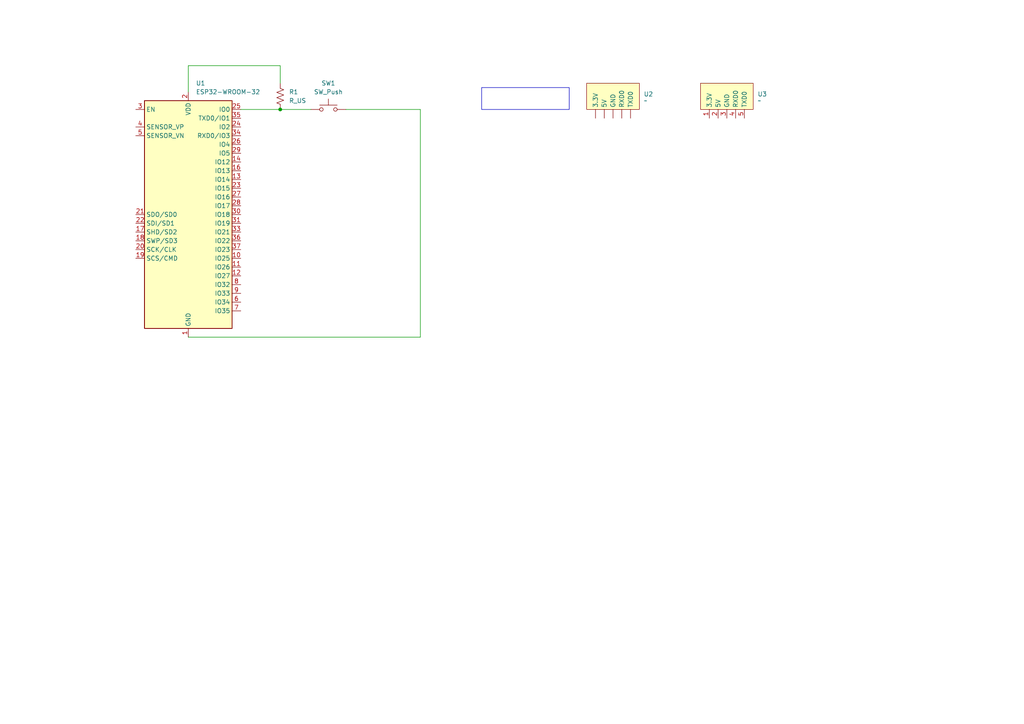
<source format=kicad_sch>
(kicad_sch (version 20231120) (generator "eeschema") (generator_version "8.0")
  (paper "A4")
  (lib_symbols
    (symbol "Device:R_US" (pin_numbers hide) (pin_names (offset 0))
      (property "Reference" "R" (at 2.54 0 90))
      (property "Value" "R_US" (at -2.54 0 90))
      (symbol "R_US_0_1"
        (polyline (pts (xy 0 -2.286) (xy 0 -2.54)))
        (polyline (pts (xy 0 2.286) (xy 0 2.54)))
        (polyline (pts (xy 0 -0.762) (xy 1.016 -1.143) (xy 0 -1.524) (xy -1.016 -1.905) (xy 0 -2.286)))
        (polyline (pts (xy 0 0.762) (xy 1.016 0.381) (xy 0 0) (xy -1.016 -0.381) (xy 0 -0.762)))
        (polyline (pts (xy 0 2.286) (xy 1.016 1.905) (xy 0 1.524) (xy -1.016 1.143) (xy 0 0.762)))
      )
      (symbol "R_US_1_1"
        (pin passive line (at 0 3.81 270) (length 1.27) (name "~") (number "1"))
        (pin passive line (at 0 -3.81 90) (length 1.27) (name "~") (number "2"))
      )
    )
    (symbol "RF_Module:ESP32-WROOM-32"
      (property "Reference" "U" (at -12.7 34.29 0))
      (property "Value" "ESP32-WROOM-32" (at 1.27 34.29 0))
      (symbol "ESP32-WROOM-32_0_1"
        (rectangle (start -12.7 33.02) (end 12.7 -33.02) (stroke (width 0.254)) (fill (type background)))
      )
      (symbol "ESP32-WROOM-32_1_1"
        (pin power_in line (at 0 -35.56 90) (length 2.54) (name "GND") (number "1"))
        (pin bidirectional line (at 15.24 -12.7 180) (length 2.54) (name "IO25") (number "10"))
        (pin bidirectional line (at 15.24 -15.24 180) (length 2.54) (name "IO26") (number "11"))
        (pin bidirectional line (at 15.24 -17.78 180) (length 2.54) (name "IO27") (number "12"))
        (pin bidirectional line (at 15.24 10.16 180) (length 2.54) (name "IO14") (number "13"))
        (pin bidirectional line (at 15.24 15.24 180) (length 2.54) (name "IO12") (number "14"))
        (pin passive line (at 0 -35.56 90) (length 2.54) hide (name "GND") (number "15"))
        (pin bidirectional line (at 15.24 12.7 180) (length 2.54) (name "IO13") (number "16"))
        (pin bidirectional line (at -15.24 -5.08 0) (length 2.54) (name "SHD/SD2") (number "17"))
        (pin bidirectional line (at -15.24 -7.62 0) (length 2.54) (name "SWP/SD3") (number "18"))
        (pin bidirectional line (at -15.24 -12.7 0) (length 2.54) (name "SCS/CMD") (number "19"))
        (pin power_in line (at 0 35.56 270) (length 2.54) (name "VDD") (number "2"))
        (pin bidirectional line (at -15.24 -10.16 0) (length 2.54) (name "SCK/CLK") (number "20"))
        (pin bidirectional line (at -15.24 0 0) (length 2.54) (name "SDO/SD0") (number "21"))
        (pin bidirectional line (at -15.24 -2.54 0) (length 2.54) (name "SDI/SD1") (number "22"))
        (pin bidirectional line (at 15.24 7.62 180) (length 2.54) (name "IO15") (number "23"))
        (pin bidirectional line (at 15.24 25.4 180) (length 2.54) (name "IO2") (number "24"))
        (pin bidirectional line (at 15.24 30.48 180) (length 2.54) (name "IO0") (number "25"))
        (pin bidirectional line (at 15.24 20.32 180) (length 2.54) (name "IO4") (number "26"))
        (pin bidirectional line (at 15.24 5.08 180) (length 2.54) (name "IO16") (number "27"))
        (pin bidirectional line (at 15.24 2.54 180) (length 2.54) (name "IO17") (number "28"))
        (pin bidirectional line (at 15.24 17.78 180) (length 2.54) (name "IO5") (number "29"))
        (pin input line (at -15.24 30.48 0) (length 2.54) (name "EN") (number "3"))
        (pin bidirectional line (at 15.24 0 180) (length 2.54) (name "IO18") (number "30"))
        (pin bidirectional line (at 15.24 -2.54 180) (length 2.54) (name "IO19") (number "31"))
        (pin no_connect line (at -12.7 -27.94 0) (length 2.54) hide (name "NC") (number "32"))
        (pin bidirectional line (at 15.24 -5.08 180) (length 2.54) (name "IO21") (number "33"))
        (pin bidirectional line (at 15.24 22.86 180) (length 2.54) (name "RXD0/IO3") (number "34"))
        (pin bidirectional line (at 15.24 27.94 180) (length 2.54) (name "TXD0/IO1") (number "35"))
        (pin bidirectional line (at 15.24 -7.62 180) (length 2.54) (name "IO22") (number "36"))
        (pin bidirectional line (at 15.24 -10.16 180) (length 2.54) (name "IO23") (number "37"))
        (pin passive line (at 0 -35.56 90) (length 2.54) hide (name "GND") (number "38"))
        (pin passive line (at 0 -35.56 90) (length 2.54) hide (name "GND") (number "39"))
        (pin input line (at -15.24 25.4 0) (length 2.54) (name "SENSOR_VP") (number "4"))
        (pin input line (at -15.24 22.86 0) (length 2.54) (name "SENSOR_VN") (number "5"))
        (pin input line (at 15.24 -25.4 180) (length 2.54) (name "IO34") (number "6"))
        (pin input line (at 15.24 -27.94 180) (length 2.54) (name "IO35") (number "7"))
        (pin bidirectional line (at 15.24 -20.32 180) (length 2.54) (name "IO32") (number "8"))
        (pin bidirectional line (at 15.24 -22.86 180) (length 2.54) (name "IO33") (number "9"))
      )
    )
    (symbol "Switch:SW_Push" (pin_numbers hide) (pin_names (offset 1.016) hide)
      (property "Reference" "SW" (at 1.27 2.54 0))
      (property "Value" "SW_Push" (at 0 -1.524 0))
      (symbol "SW_Push_0_1"
        (circle (center -2.032 0) (radius 0.508))
        (polyline (pts (xy 0 1.27) (xy 0 3.048)))
        (polyline (pts (xy 2.54 1.27) (xy -2.54 1.27)))
        (circle (center 2.032 0) (radius 0.508))
        (pin passive line (at -5.08 0 0) (length 2.54) (name "1") (number "1"))
        (pin passive line (at 5.08 0 180) (length 2.54) (name "2") (number "2"))
      )
    )
    (symbol "header_1"
      (property "Reference" "U" (at 0 0 0))
      (symbol "header_1_0_1"
        (rectangle (start 7.62 16.51) (end 22.86 8.89) (fill (type color) (color 255 255 194 1)))
      )
      (symbol "header_1_1_1"
        (pin power_out line (at 10.16 6.35 90) (length 2.54) (name "3.3V") (number "1"))
        (pin power_out line (at 12.7 6.35 90) (length 2.54) (name "5V") (number "2"))
        (pin power_in line (at 15.24 6.35 90) (length 2.54) (name "GND") (number "3"))
        (pin power_in line (at 17.78 6.35 90) (length 2.54) (name "RXD0") (number "4"))
        (pin power_in line (at 20.32 6.35 90) (length 2.54) (name "TXD0") (number "5"))
      )
    )
    (symbol "pin_header:header"
      (property "Reference" "U" (at 0 0 0))
      (symbol "header_0_1"
        (rectangle (start 7.62 16.51) (end 22.86 8.89) (fill (type color) (color 255 255 194 1)))
      )
      (symbol "header_1_1"
        (pin power_out line (at 10.16 6.35 90) (length 2.54) (name "3.3V") (number ""))
        (pin power_out line (at 12.7 6.35 90) (length 2.54) (name "5V") (number ""))
        (pin power_in line (at 15.24 6.35 90) (length 2.54) (name "GND") (number ""))
        (pin power_in line (at 17.78 6.35 90) (length 2.54) (name "RXD0") (number ""))
        (pin power_in line (at 20.32 6.35 90) (length 2.54) (name "TXD0") (number ""))
      )
    )
  )
  (junction (at 81.28 31.75))
  (wire (pts (xy 81.28 19.05) (xy 81.28 24.13)))
  (wire (pts (xy 121.92 97.79) (xy 54.61 97.79)))
  (wire (pts (xy 69.85 31.75) (xy 81.28 31.75)))
  (wire (pts (xy 100.33 31.75) (xy 121.92 31.75)))
  (wire (pts (xy 121.92 31.75) (xy 121.92 97.79)))
  (wire (pts (xy 81.28 31.75) (xy 90.17 31.75)))
  (wire (pts (xy 54.61 26.67) (xy 54.61 19.05)))
  (wire (pts (xy 54.61 19.05) (xy 81.28 19.05)))
  (rectangle (start 139.7 25.4) (end 165.1 31.75))
  (symbol (lib_id "RF_Module:ESP32-WROOM-32") (at 54.61 62.23 0) (unit 1)
    (property "Reference" "U1" (at 56.8041 24.13 0) (effects (justify left)))
    (property "Value" "ESP32-WROOM-32" (at 56.8041 26.67 0) (effects (justify left)))
    (property "Footprint" "RF_Module:ESP32-WROOM-32" (effects (hide yes)))
    (property "Datasheet" "https://www.espressif.com/sites/default/files/documentation/esp32-wroom-32_datasheet_en.pdf" (effects (hide yes)))
    (property "Description" "RF Module, ESP32-D0WDQ6 SoC, Wi-Fi 802.11b/g/n, Bluetooth, BLE, 32-bit, 2.7-3.6V, onboard antenna, SMD" (effects (hide yes)))
  )
  (symbol (lib_name "header_1") (lib_id "pin_header:header") (at 195.58 40.64 0) (unit 1)
    (property "Reference" "U3" (at 219.71 27.3049 0) (effects (justify left)))
    (property "Value" "~" (at 219.71 29.21 0) (effects (justify left)))
  )
  (symbol (lib_id "Device:R_US") (at 81.28 27.94 0) (unit 1)
    (property "Reference" "R1" (at 83.82 26.6699 0) (effects (justify left)))
    (property "Value" "R_US" (at 83.82 29.2099 0) (effects (justify left)))
    (property "Description" "Resistor, US symbol" (effects (hide yes)))
  )
  (symbol (lib_id "pin_header:header") (at 162.56 40.64 0) (unit 1)
    (property "Reference" "U2" (at 186.69 27.3049 0) (effects (justify left)))
    (property "Value" "~" (at 186.69 29.21 0) (effects (justify left)))
  )
  (symbol (lib_id "Switch:SW_Push") (at 95.25 31.75 0) (unit 1)
    (property "Reference" "SW1" (at 95.25 24.13 0))
    (property "Value" "SW_Push" (at 95.25 26.67 0))
    (property "Description" "Push button switch, generic, two pins" (effects (hide yes)))
  )
)
</source>
